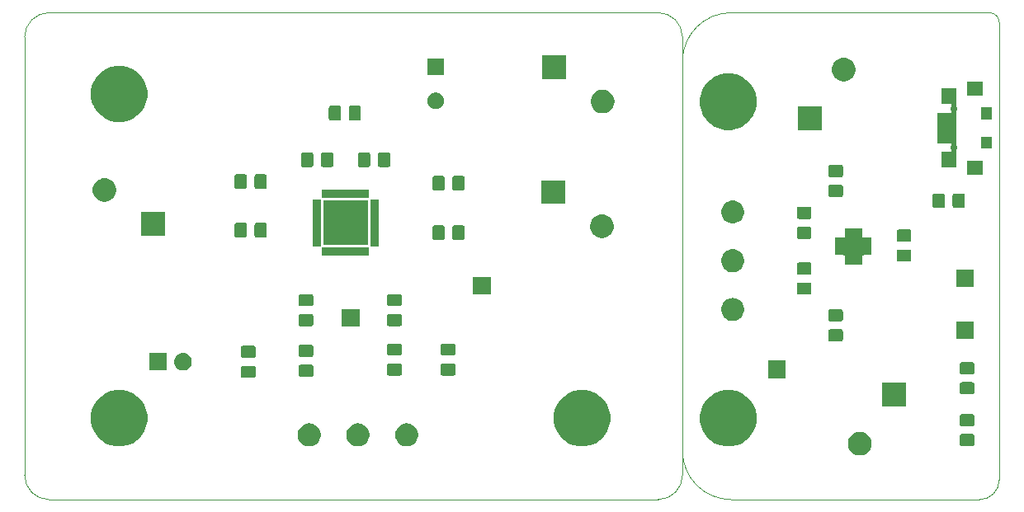
<source format=gts>
G04 #@! TF.GenerationSoftware,KiCad,Pcbnew,(5.1.4)-1*
G04 #@! TF.CreationDate,2020-01-01T20:20:34-05:00*
G04 #@! TF.ProjectId,Board,426f6172-642e-46b6-9963-61645f706362,rev?*
G04 #@! TF.SameCoordinates,Original*
G04 #@! TF.FileFunction,Soldermask,Top*
G04 #@! TF.FilePolarity,Negative*
%FSLAX46Y46*%
G04 Gerber Fmt 4.6, Leading zero omitted, Abs format (unit mm)*
G04 Created by KiCad (PCBNEW (5.1.4)-1) date 2020-01-01 20:20:34*
%MOMM*%
%LPD*%
G04 APERTURE LIST*
%ADD10C,0.050000*%
%ADD11C,0.100000*%
G04 APERTURE END LIST*
D10*
X162800000Y-63360000D02*
X162800000Y-103360000D01*
X194300000Y-58360000D02*
X167800000Y-58360000D01*
X195300000Y-106360000D02*
X195300000Y-59360000D01*
X193300000Y-108360000D02*
X167800000Y-108360000D01*
X97800000Y-58360000D02*
X160300000Y-58360000D01*
X95300000Y-105860000D02*
X95300000Y-60860000D01*
X160300000Y-108360000D02*
X97800000Y-108360000D01*
X162800000Y-105860000D02*
X162800000Y-103360000D01*
X162800000Y-60860000D02*
X162800000Y-63360000D01*
X95300000Y-60860000D02*
G75*
G02X97800000Y-58360000I2500000J0D01*
G01*
X162800000Y-63360000D02*
G75*
G02X167800000Y-58360000I5000000J0D01*
G01*
X167800000Y-108360000D02*
G75*
G02X162800000Y-103360000I0J5000000D01*
G01*
X195300000Y-106360000D02*
G75*
G02X193300000Y-108360000I-2000000J0D01*
G01*
X194300000Y-58360000D02*
G75*
G02X195300000Y-59360000I0J-1000000D01*
G01*
X162800000Y-105860000D02*
G75*
G02X160300000Y-108360000I-2500000J0D01*
G01*
X97800000Y-108360000D02*
G75*
G02X95300000Y-105860000I0J2500000D01*
G01*
X160300000Y-58360000D02*
G75*
G02X162800000Y-60860000I0J-2500000D01*
G01*
D11*
G36*
X181275816Y-101417589D02*
G01*
X181353965Y-101433134D01*
X181574808Y-101524610D01*
X181773561Y-101657413D01*
X181942587Y-101826439D01*
X182075390Y-102025192D01*
X182166866Y-102246035D01*
X182166866Y-102246036D01*
X182213500Y-102480479D01*
X182213500Y-102719521D01*
X182189230Y-102841534D01*
X182166866Y-102953965D01*
X182075390Y-103174808D01*
X181942587Y-103373561D01*
X181773561Y-103542587D01*
X181574808Y-103675390D01*
X181353965Y-103766866D01*
X181275816Y-103782411D01*
X181119521Y-103813500D01*
X180880479Y-103813500D01*
X180724184Y-103782411D01*
X180646035Y-103766866D01*
X180425192Y-103675390D01*
X180226439Y-103542587D01*
X180057413Y-103373561D01*
X179924610Y-103174808D01*
X179833134Y-102953965D01*
X179810770Y-102841534D01*
X179786500Y-102719521D01*
X179786500Y-102480479D01*
X179833134Y-102246036D01*
X179833134Y-102246035D01*
X179924610Y-102025192D01*
X180057413Y-101826439D01*
X180226439Y-101657413D01*
X180425192Y-101524610D01*
X180646035Y-101433134D01*
X180724184Y-101417589D01*
X180880479Y-101386500D01*
X181119521Y-101386500D01*
X181275816Y-101417589D01*
X181275816Y-101417589D01*
G37*
G36*
X153346189Y-97210483D02*
G01*
X153874137Y-97429166D01*
X153874139Y-97429167D01*
X154349280Y-97746646D01*
X154753354Y-98150720D01*
X155070833Y-98625861D01*
X155070834Y-98625863D01*
X155289517Y-99153811D01*
X155401000Y-99714275D01*
X155401000Y-100285725D01*
X155289517Y-100846189D01*
X155070834Y-101374137D01*
X155070833Y-101374139D01*
X154753354Y-101849280D01*
X154349280Y-102253354D01*
X153874139Y-102570833D01*
X153874138Y-102570834D01*
X153874137Y-102570834D01*
X153346189Y-102789517D01*
X152785725Y-102901000D01*
X152214275Y-102901000D01*
X151653811Y-102789517D01*
X151125863Y-102570834D01*
X151125862Y-102570834D01*
X151125861Y-102570833D01*
X150650720Y-102253354D01*
X150246646Y-101849280D01*
X149929167Y-101374139D01*
X149929166Y-101374137D01*
X149710483Y-100846189D01*
X149599000Y-100285725D01*
X149599000Y-99714275D01*
X149710483Y-99153811D01*
X149929166Y-98625863D01*
X149929167Y-98625861D01*
X150246646Y-98150720D01*
X150650720Y-97746646D01*
X151125861Y-97429167D01*
X151125863Y-97429166D01*
X151653811Y-97210483D01*
X152214275Y-97099000D01*
X152785725Y-97099000D01*
X153346189Y-97210483D01*
X153346189Y-97210483D01*
G37*
G36*
X168346189Y-97210483D02*
G01*
X168874137Y-97429166D01*
X168874139Y-97429167D01*
X169349280Y-97746646D01*
X169753354Y-98150720D01*
X170070833Y-98625861D01*
X170070834Y-98625863D01*
X170289517Y-99153811D01*
X170401000Y-99714275D01*
X170401000Y-100285725D01*
X170289517Y-100846189D01*
X170070834Y-101374137D01*
X170070833Y-101374139D01*
X169753354Y-101849280D01*
X169349280Y-102253354D01*
X168874139Y-102570833D01*
X168874138Y-102570834D01*
X168874137Y-102570834D01*
X168346189Y-102789517D01*
X167785725Y-102901000D01*
X167214275Y-102901000D01*
X166653811Y-102789517D01*
X166125863Y-102570834D01*
X166125862Y-102570834D01*
X166125861Y-102570833D01*
X165650720Y-102253354D01*
X165246646Y-101849280D01*
X164929167Y-101374139D01*
X164929166Y-101374137D01*
X164710483Y-100846189D01*
X164599000Y-100285725D01*
X164599000Y-99714275D01*
X164710483Y-99153811D01*
X164929166Y-98625863D01*
X164929167Y-98625861D01*
X165246646Y-98150720D01*
X165650720Y-97746646D01*
X166125861Y-97429167D01*
X166125863Y-97429166D01*
X166653811Y-97210483D01*
X167214275Y-97099000D01*
X167785725Y-97099000D01*
X168346189Y-97210483D01*
X168346189Y-97210483D01*
G37*
G36*
X105846189Y-97210483D02*
G01*
X106374137Y-97429166D01*
X106374139Y-97429167D01*
X106849280Y-97746646D01*
X107253354Y-98150720D01*
X107570833Y-98625861D01*
X107570834Y-98625863D01*
X107789517Y-99153811D01*
X107901000Y-99714275D01*
X107901000Y-100285725D01*
X107789517Y-100846189D01*
X107570834Y-101374137D01*
X107570833Y-101374139D01*
X107253354Y-101849280D01*
X106849280Y-102253354D01*
X106374139Y-102570833D01*
X106374138Y-102570834D01*
X106374137Y-102570834D01*
X105846189Y-102789517D01*
X105285725Y-102901000D01*
X104714275Y-102901000D01*
X104153811Y-102789517D01*
X103625863Y-102570834D01*
X103625862Y-102570834D01*
X103625861Y-102570833D01*
X103150720Y-102253354D01*
X102746646Y-101849280D01*
X102429167Y-101374139D01*
X102429166Y-101374137D01*
X102210483Y-100846189D01*
X102099000Y-100285725D01*
X102099000Y-99714275D01*
X102210483Y-99153811D01*
X102429166Y-98625863D01*
X102429167Y-98625861D01*
X102746646Y-98150720D01*
X103150720Y-97746646D01*
X103625861Y-97429167D01*
X103625863Y-97429166D01*
X104153811Y-97210483D01*
X104714275Y-97099000D01*
X105285725Y-97099000D01*
X105846189Y-97210483D01*
X105846189Y-97210483D01*
G37*
G36*
X124691560Y-100549064D02*
G01*
X124843027Y-100579193D01*
X125057045Y-100667842D01*
X125121249Y-100710742D01*
X125249654Y-100796539D01*
X125413461Y-100960346D01*
X125499258Y-101088751D01*
X125542158Y-101152955D01*
X125630807Y-101366973D01*
X125630807Y-101366975D01*
X125676000Y-101594173D01*
X125676000Y-101825827D01*
X125672569Y-101843075D01*
X125630807Y-102053027D01*
X125542158Y-102267045D01*
X125542157Y-102267046D01*
X125413461Y-102459654D01*
X125249654Y-102623461D01*
X125199571Y-102656925D01*
X125057045Y-102752158D01*
X124843027Y-102840807D01*
X124746029Y-102860101D01*
X124615827Y-102886000D01*
X124384173Y-102886000D01*
X124253971Y-102860101D01*
X124156973Y-102840807D01*
X123942955Y-102752158D01*
X123800429Y-102656925D01*
X123750346Y-102623461D01*
X123586539Y-102459654D01*
X123457843Y-102267046D01*
X123457842Y-102267045D01*
X123369193Y-102053027D01*
X123327431Y-101843075D01*
X123324000Y-101825827D01*
X123324000Y-101594173D01*
X123369193Y-101366975D01*
X123369193Y-101366973D01*
X123457842Y-101152955D01*
X123500742Y-101088751D01*
X123586539Y-100960346D01*
X123750346Y-100796539D01*
X123878751Y-100710742D01*
X123942955Y-100667842D01*
X124156973Y-100579193D01*
X124308440Y-100549064D01*
X124384173Y-100534000D01*
X124615827Y-100534000D01*
X124691560Y-100549064D01*
X124691560Y-100549064D01*
G37*
G36*
X134691560Y-100549064D02*
G01*
X134843027Y-100579193D01*
X135057045Y-100667842D01*
X135121249Y-100710742D01*
X135249654Y-100796539D01*
X135413461Y-100960346D01*
X135499258Y-101088751D01*
X135542158Y-101152955D01*
X135630807Y-101366973D01*
X135630807Y-101366975D01*
X135676000Y-101594173D01*
X135676000Y-101825827D01*
X135672569Y-101843075D01*
X135630807Y-102053027D01*
X135542158Y-102267045D01*
X135542157Y-102267046D01*
X135413461Y-102459654D01*
X135249654Y-102623461D01*
X135199571Y-102656925D01*
X135057045Y-102752158D01*
X134843027Y-102840807D01*
X134746029Y-102860101D01*
X134615827Y-102886000D01*
X134384173Y-102886000D01*
X134253971Y-102860101D01*
X134156973Y-102840807D01*
X133942955Y-102752158D01*
X133800429Y-102656925D01*
X133750346Y-102623461D01*
X133586539Y-102459654D01*
X133457843Y-102267046D01*
X133457842Y-102267045D01*
X133369193Y-102053027D01*
X133327431Y-101843075D01*
X133324000Y-101825827D01*
X133324000Y-101594173D01*
X133369193Y-101366975D01*
X133369193Y-101366973D01*
X133457842Y-101152955D01*
X133500742Y-101088751D01*
X133586539Y-100960346D01*
X133750346Y-100796539D01*
X133878751Y-100710742D01*
X133942955Y-100667842D01*
X134156973Y-100579193D01*
X134308440Y-100549064D01*
X134384173Y-100534000D01*
X134615827Y-100534000D01*
X134691560Y-100549064D01*
X134691560Y-100549064D01*
G37*
G36*
X129691560Y-100549064D02*
G01*
X129843027Y-100579193D01*
X130057045Y-100667842D01*
X130121249Y-100710742D01*
X130249654Y-100796539D01*
X130413461Y-100960346D01*
X130499258Y-101088751D01*
X130542158Y-101152955D01*
X130630807Y-101366973D01*
X130630807Y-101366975D01*
X130676000Y-101594173D01*
X130676000Y-101825827D01*
X130672569Y-101843075D01*
X130630807Y-102053027D01*
X130542158Y-102267045D01*
X130542157Y-102267046D01*
X130413461Y-102459654D01*
X130249654Y-102623461D01*
X130199571Y-102656925D01*
X130057045Y-102752158D01*
X129843027Y-102840807D01*
X129746029Y-102860101D01*
X129615827Y-102886000D01*
X129384173Y-102886000D01*
X129253971Y-102860101D01*
X129156973Y-102840807D01*
X128942955Y-102752158D01*
X128800429Y-102656925D01*
X128750346Y-102623461D01*
X128586539Y-102459654D01*
X128457843Y-102267046D01*
X128457842Y-102267045D01*
X128369193Y-102053027D01*
X128327431Y-101843075D01*
X128324000Y-101825827D01*
X128324000Y-101594173D01*
X128369193Y-101366975D01*
X128369193Y-101366973D01*
X128457842Y-101152955D01*
X128500742Y-101088751D01*
X128586539Y-100960346D01*
X128750346Y-100796539D01*
X128878751Y-100710742D01*
X128942955Y-100667842D01*
X129156973Y-100579193D01*
X129308440Y-100549064D01*
X129384173Y-100534000D01*
X129615827Y-100534000D01*
X129691560Y-100549064D01*
X129691560Y-100549064D01*
G37*
G36*
X192588674Y-101628465D02*
G01*
X192626367Y-101639899D01*
X192661103Y-101658466D01*
X192691548Y-101683452D01*
X192716534Y-101713897D01*
X192735101Y-101748633D01*
X192746535Y-101786326D01*
X192751000Y-101831661D01*
X192751000Y-102668339D01*
X192746535Y-102713674D01*
X192735101Y-102751367D01*
X192716534Y-102786103D01*
X192691548Y-102816548D01*
X192661103Y-102841534D01*
X192626367Y-102860101D01*
X192588674Y-102871535D01*
X192543339Y-102876000D01*
X191456661Y-102876000D01*
X191411326Y-102871535D01*
X191373633Y-102860101D01*
X191338897Y-102841534D01*
X191308452Y-102816548D01*
X191283466Y-102786103D01*
X191264899Y-102751367D01*
X191253465Y-102713674D01*
X191249000Y-102668339D01*
X191249000Y-101831661D01*
X191253465Y-101786326D01*
X191264899Y-101748633D01*
X191283466Y-101713897D01*
X191308452Y-101683452D01*
X191338897Y-101658466D01*
X191373633Y-101639899D01*
X191411326Y-101628465D01*
X191456661Y-101624000D01*
X192543339Y-101624000D01*
X192588674Y-101628465D01*
X192588674Y-101628465D01*
G37*
G36*
X192588674Y-99578465D02*
G01*
X192626367Y-99589899D01*
X192661103Y-99608466D01*
X192691548Y-99633452D01*
X192716534Y-99663897D01*
X192735101Y-99698633D01*
X192746535Y-99736326D01*
X192751000Y-99781661D01*
X192751000Y-100618339D01*
X192746535Y-100663674D01*
X192735101Y-100701367D01*
X192716534Y-100736103D01*
X192691548Y-100766548D01*
X192661103Y-100791534D01*
X192626367Y-100810101D01*
X192588674Y-100821535D01*
X192543339Y-100826000D01*
X191456661Y-100826000D01*
X191411326Y-100821535D01*
X191373633Y-100810101D01*
X191338897Y-100791534D01*
X191308452Y-100766548D01*
X191283466Y-100736103D01*
X191264899Y-100701367D01*
X191253465Y-100663674D01*
X191249000Y-100618339D01*
X191249000Y-99781661D01*
X191253465Y-99736326D01*
X191264899Y-99698633D01*
X191283466Y-99663897D01*
X191308452Y-99633452D01*
X191338897Y-99608466D01*
X191373633Y-99589899D01*
X191411326Y-99578465D01*
X191456661Y-99574000D01*
X192543339Y-99574000D01*
X192588674Y-99578465D01*
X192588674Y-99578465D01*
G37*
G36*
X185713500Y-98813500D02*
G01*
X183286500Y-98813500D01*
X183286500Y-96386500D01*
X185713500Y-96386500D01*
X185713500Y-98813500D01*
X185713500Y-98813500D01*
G37*
G36*
X192588674Y-96303465D02*
G01*
X192626367Y-96314899D01*
X192661103Y-96333466D01*
X192691548Y-96358452D01*
X192716534Y-96388897D01*
X192735101Y-96423633D01*
X192746535Y-96461326D01*
X192751000Y-96506661D01*
X192751000Y-97343339D01*
X192746535Y-97388674D01*
X192735101Y-97426367D01*
X192716534Y-97461103D01*
X192691548Y-97491548D01*
X192661103Y-97516534D01*
X192626367Y-97535101D01*
X192588674Y-97546535D01*
X192543339Y-97551000D01*
X191456661Y-97551000D01*
X191411326Y-97546535D01*
X191373633Y-97535101D01*
X191338897Y-97516534D01*
X191308452Y-97491548D01*
X191283466Y-97461103D01*
X191264899Y-97426367D01*
X191253465Y-97388674D01*
X191249000Y-97343339D01*
X191249000Y-96506661D01*
X191253465Y-96461326D01*
X191264899Y-96423633D01*
X191283466Y-96388897D01*
X191308452Y-96358452D01*
X191338897Y-96333466D01*
X191373633Y-96314899D01*
X191411326Y-96303465D01*
X191456661Y-96299000D01*
X192543339Y-96299000D01*
X192588674Y-96303465D01*
X192588674Y-96303465D01*
G37*
G36*
X173401000Y-95901000D02*
G01*
X171599000Y-95901000D01*
X171599000Y-94099000D01*
X173401000Y-94099000D01*
X173401000Y-95901000D01*
X173401000Y-95901000D01*
G37*
G36*
X118838674Y-94613465D02*
G01*
X118876367Y-94624899D01*
X118911103Y-94643466D01*
X118941548Y-94668452D01*
X118966534Y-94698897D01*
X118985101Y-94733633D01*
X118996535Y-94771326D01*
X119001000Y-94816661D01*
X119001000Y-95653339D01*
X118996535Y-95698674D01*
X118985101Y-95736367D01*
X118966534Y-95771103D01*
X118941548Y-95801548D01*
X118911103Y-95826534D01*
X118876367Y-95845101D01*
X118838674Y-95856535D01*
X118793339Y-95861000D01*
X117706661Y-95861000D01*
X117661326Y-95856535D01*
X117623633Y-95845101D01*
X117588897Y-95826534D01*
X117558452Y-95801548D01*
X117533466Y-95771103D01*
X117514899Y-95736367D01*
X117503465Y-95698674D01*
X117499000Y-95653339D01*
X117499000Y-94816661D01*
X117503465Y-94771326D01*
X117514899Y-94733633D01*
X117533466Y-94698897D01*
X117558452Y-94668452D01*
X117588897Y-94643466D01*
X117623633Y-94624899D01*
X117661326Y-94613465D01*
X117706661Y-94609000D01*
X118793339Y-94609000D01*
X118838674Y-94613465D01*
X118838674Y-94613465D01*
G37*
G36*
X124750674Y-94515465D02*
G01*
X124788367Y-94526899D01*
X124823103Y-94545466D01*
X124853548Y-94570452D01*
X124878534Y-94600897D01*
X124897101Y-94635633D01*
X124908535Y-94673326D01*
X124913000Y-94718661D01*
X124913000Y-95555339D01*
X124908535Y-95600674D01*
X124897101Y-95638367D01*
X124878534Y-95673103D01*
X124853548Y-95703548D01*
X124823103Y-95728534D01*
X124788367Y-95747101D01*
X124750674Y-95758535D01*
X124705339Y-95763000D01*
X123618661Y-95763000D01*
X123573326Y-95758535D01*
X123535633Y-95747101D01*
X123500897Y-95728534D01*
X123470452Y-95703548D01*
X123445466Y-95673103D01*
X123426899Y-95638367D01*
X123415465Y-95600674D01*
X123411000Y-95555339D01*
X123411000Y-94718661D01*
X123415465Y-94673326D01*
X123426899Y-94635633D01*
X123445466Y-94600897D01*
X123470452Y-94570452D01*
X123500897Y-94545466D01*
X123535633Y-94526899D01*
X123573326Y-94515465D01*
X123618661Y-94511000D01*
X124705339Y-94511000D01*
X124750674Y-94515465D01*
X124750674Y-94515465D01*
G37*
G36*
X139338674Y-94388465D02*
G01*
X139376367Y-94399899D01*
X139411103Y-94418466D01*
X139441548Y-94443452D01*
X139466534Y-94473897D01*
X139485101Y-94508633D01*
X139496535Y-94546326D01*
X139501000Y-94591661D01*
X139501000Y-95428339D01*
X139496535Y-95473674D01*
X139485101Y-95511367D01*
X139466534Y-95546103D01*
X139441548Y-95576548D01*
X139411103Y-95601534D01*
X139376367Y-95620101D01*
X139338674Y-95631535D01*
X139293339Y-95636000D01*
X138206661Y-95636000D01*
X138161326Y-95631535D01*
X138123633Y-95620101D01*
X138088897Y-95601534D01*
X138058452Y-95576548D01*
X138033466Y-95546103D01*
X138014899Y-95511367D01*
X138003465Y-95473674D01*
X137999000Y-95428339D01*
X137999000Y-94591661D01*
X138003465Y-94546326D01*
X138014899Y-94508633D01*
X138033466Y-94473897D01*
X138058452Y-94443452D01*
X138088897Y-94418466D01*
X138123633Y-94399899D01*
X138161326Y-94388465D01*
X138206661Y-94384000D01*
X139293339Y-94384000D01*
X139338674Y-94388465D01*
X139338674Y-94388465D01*
G37*
G36*
X133834674Y-94388465D02*
G01*
X133872367Y-94399899D01*
X133907103Y-94418466D01*
X133937548Y-94443452D01*
X133962534Y-94473897D01*
X133981101Y-94508633D01*
X133992535Y-94546326D01*
X133997000Y-94591661D01*
X133997000Y-95428339D01*
X133992535Y-95473674D01*
X133981101Y-95511367D01*
X133962534Y-95546103D01*
X133937548Y-95576548D01*
X133907103Y-95601534D01*
X133872367Y-95620101D01*
X133834674Y-95631535D01*
X133789339Y-95636000D01*
X132702661Y-95636000D01*
X132657326Y-95631535D01*
X132619633Y-95620101D01*
X132584897Y-95601534D01*
X132554452Y-95576548D01*
X132529466Y-95546103D01*
X132510899Y-95511367D01*
X132499465Y-95473674D01*
X132495000Y-95428339D01*
X132495000Y-94591661D01*
X132499465Y-94546326D01*
X132510899Y-94508633D01*
X132529466Y-94473897D01*
X132554452Y-94443452D01*
X132584897Y-94418466D01*
X132619633Y-94399899D01*
X132657326Y-94388465D01*
X132702661Y-94384000D01*
X133789339Y-94384000D01*
X133834674Y-94388465D01*
X133834674Y-94388465D01*
G37*
G36*
X192588674Y-94253465D02*
G01*
X192626367Y-94264899D01*
X192661103Y-94283466D01*
X192691548Y-94308452D01*
X192716534Y-94338897D01*
X192735101Y-94373633D01*
X192746535Y-94411326D01*
X192751000Y-94456661D01*
X192751000Y-95293339D01*
X192746535Y-95338674D01*
X192735101Y-95376367D01*
X192716534Y-95411103D01*
X192691548Y-95441548D01*
X192661103Y-95466534D01*
X192626367Y-95485101D01*
X192588674Y-95496535D01*
X192543339Y-95501000D01*
X191456661Y-95501000D01*
X191411326Y-95496535D01*
X191373633Y-95485101D01*
X191338897Y-95466534D01*
X191308452Y-95441548D01*
X191283466Y-95411103D01*
X191264899Y-95376367D01*
X191253465Y-95338674D01*
X191249000Y-95293339D01*
X191249000Y-94456661D01*
X191253465Y-94411326D01*
X191264899Y-94373633D01*
X191283466Y-94338897D01*
X191308452Y-94308452D01*
X191338897Y-94283466D01*
X191373633Y-94264899D01*
X191411326Y-94253465D01*
X191456661Y-94249000D01*
X192543339Y-94249000D01*
X192588674Y-94253465D01*
X192588674Y-94253465D01*
G37*
G36*
X109901000Y-95101000D02*
G01*
X108099000Y-95101000D01*
X108099000Y-93299000D01*
X109901000Y-93299000D01*
X109901000Y-95101000D01*
X109901000Y-95101000D01*
G37*
G36*
X111650442Y-93305518D02*
G01*
X111716627Y-93312037D01*
X111886466Y-93363557D01*
X112042991Y-93447222D01*
X112078729Y-93476552D01*
X112180186Y-93559814D01*
X112248440Y-93642983D01*
X112292778Y-93697009D01*
X112376443Y-93853534D01*
X112427963Y-94023373D01*
X112445359Y-94200000D01*
X112427963Y-94376627D01*
X112376443Y-94546466D01*
X112292778Y-94702991D01*
X112263448Y-94738729D01*
X112180186Y-94840186D01*
X112078729Y-94923448D01*
X112042991Y-94952778D01*
X111886466Y-95036443D01*
X111716627Y-95087963D01*
X111650442Y-95094482D01*
X111584260Y-95101000D01*
X111495740Y-95101000D01*
X111429557Y-95094481D01*
X111363373Y-95087963D01*
X111193534Y-95036443D01*
X111037009Y-94952778D01*
X111001271Y-94923448D01*
X110899814Y-94840186D01*
X110816552Y-94738729D01*
X110787222Y-94702991D01*
X110703557Y-94546466D01*
X110652037Y-94376627D01*
X110634641Y-94200000D01*
X110652037Y-94023373D01*
X110703557Y-93853534D01*
X110787222Y-93697009D01*
X110831560Y-93642983D01*
X110899814Y-93559814D01*
X111001271Y-93476552D01*
X111037009Y-93447222D01*
X111193534Y-93363557D01*
X111363373Y-93312037D01*
X111429558Y-93305518D01*
X111495740Y-93299000D01*
X111584260Y-93299000D01*
X111650442Y-93305518D01*
X111650442Y-93305518D01*
G37*
G36*
X118838674Y-92563465D02*
G01*
X118876367Y-92574899D01*
X118911103Y-92593466D01*
X118941548Y-92618452D01*
X118966534Y-92648897D01*
X118985101Y-92683633D01*
X118996535Y-92721326D01*
X119001000Y-92766661D01*
X119001000Y-93603339D01*
X118996535Y-93648674D01*
X118985101Y-93686367D01*
X118966534Y-93721103D01*
X118941548Y-93751548D01*
X118911103Y-93776534D01*
X118876367Y-93795101D01*
X118838674Y-93806535D01*
X118793339Y-93811000D01*
X117706661Y-93811000D01*
X117661326Y-93806535D01*
X117623633Y-93795101D01*
X117588897Y-93776534D01*
X117558452Y-93751548D01*
X117533466Y-93721103D01*
X117514899Y-93686367D01*
X117503465Y-93648674D01*
X117499000Y-93603339D01*
X117499000Y-92766661D01*
X117503465Y-92721326D01*
X117514899Y-92683633D01*
X117533466Y-92648897D01*
X117558452Y-92618452D01*
X117588897Y-92593466D01*
X117623633Y-92574899D01*
X117661326Y-92563465D01*
X117706661Y-92559000D01*
X118793339Y-92559000D01*
X118838674Y-92563465D01*
X118838674Y-92563465D01*
G37*
G36*
X124750674Y-92465465D02*
G01*
X124788367Y-92476899D01*
X124823103Y-92495466D01*
X124853548Y-92520452D01*
X124878534Y-92550897D01*
X124897101Y-92585633D01*
X124908535Y-92623326D01*
X124913000Y-92668661D01*
X124913000Y-93505339D01*
X124908535Y-93550674D01*
X124897101Y-93588367D01*
X124878534Y-93623103D01*
X124853548Y-93653548D01*
X124823103Y-93678534D01*
X124788367Y-93697101D01*
X124750674Y-93708535D01*
X124705339Y-93713000D01*
X123618661Y-93713000D01*
X123573326Y-93708535D01*
X123535633Y-93697101D01*
X123500897Y-93678534D01*
X123470452Y-93653548D01*
X123445466Y-93623103D01*
X123426899Y-93588367D01*
X123415465Y-93550674D01*
X123411000Y-93505339D01*
X123411000Y-92668661D01*
X123415465Y-92623326D01*
X123426899Y-92585633D01*
X123445466Y-92550897D01*
X123470452Y-92520452D01*
X123500897Y-92495466D01*
X123535633Y-92476899D01*
X123573326Y-92465465D01*
X123618661Y-92461000D01*
X124705339Y-92461000D01*
X124750674Y-92465465D01*
X124750674Y-92465465D01*
G37*
G36*
X133834674Y-92338465D02*
G01*
X133872367Y-92349899D01*
X133907103Y-92368466D01*
X133937548Y-92393452D01*
X133962534Y-92423897D01*
X133981101Y-92458633D01*
X133992535Y-92496326D01*
X133997000Y-92541661D01*
X133997000Y-93378339D01*
X133992535Y-93423674D01*
X133981101Y-93461367D01*
X133962534Y-93496103D01*
X133937548Y-93526548D01*
X133907103Y-93551534D01*
X133872367Y-93570101D01*
X133834674Y-93581535D01*
X133789339Y-93586000D01*
X132702661Y-93586000D01*
X132657326Y-93581535D01*
X132619633Y-93570101D01*
X132584897Y-93551534D01*
X132554452Y-93526548D01*
X132529466Y-93496103D01*
X132510899Y-93461367D01*
X132499465Y-93423674D01*
X132495000Y-93378339D01*
X132495000Y-92541661D01*
X132499465Y-92496326D01*
X132510899Y-92458633D01*
X132529466Y-92423897D01*
X132554452Y-92393452D01*
X132584897Y-92368466D01*
X132619633Y-92349899D01*
X132657326Y-92338465D01*
X132702661Y-92334000D01*
X133789339Y-92334000D01*
X133834674Y-92338465D01*
X133834674Y-92338465D01*
G37*
G36*
X139338674Y-92338465D02*
G01*
X139376367Y-92349899D01*
X139411103Y-92368466D01*
X139441548Y-92393452D01*
X139466534Y-92423897D01*
X139485101Y-92458633D01*
X139496535Y-92496326D01*
X139501000Y-92541661D01*
X139501000Y-93378339D01*
X139496535Y-93423674D01*
X139485101Y-93461367D01*
X139466534Y-93496103D01*
X139441548Y-93526548D01*
X139411103Y-93551534D01*
X139376367Y-93570101D01*
X139338674Y-93581535D01*
X139293339Y-93586000D01*
X138206661Y-93586000D01*
X138161326Y-93581535D01*
X138123633Y-93570101D01*
X138088897Y-93551534D01*
X138058452Y-93526548D01*
X138033466Y-93496103D01*
X138014899Y-93461367D01*
X138003465Y-93423674D01*
X137999000Y-93378339D01*
X137999000Y-92541661D01*
X138003465Y-92496326D01*
X138014899Y-92458633D01*
X138033466Y-92423897D01*
X138058452Y-92393452D01*
X138088897Y-92368466D01*
X138123633Y-92349899D01*
X138161326Y-92338465D01*
X138206661Y-92334000D01*
X139293339Y-92334000D01*
X139338674Y-92338465D01*
X139338674Y-92338465D01*
G37*
G36*
X179098674Y-90873465D02*
G01*
X179136367Y-90884899D01*
X179171103Y-90903466D01*
X179201548Y-90928452D01*
X179226534Y-90958897D01*
X179245101Y-90993633D01*
X179256535Y-91031326D01*
X179261000Y-91076661D01*
X179261000Y-91913339D01*
X179256535Y-91958674D01*
X179245101Y-91996367D01*
X179226534Y-92031103D01*
X179201548Y-92061548D01*
X179171103Y-92086534D01*
X179136367Y-92105101D01*
X179098674Y-92116535D01*
X179053339Y-92121000D01*
X177966661Y-92121000D01*
X177921326Y-92116535D01*
X177883633Y-92105101D01*
X177848897Y-92086534D01*
X177818452Y-92061548D01*
X177793466Y-92031103D01*
X177774899Y-91996367D01*
X177763465Y-91958674D01*
X177759000Y-91913339D01*
X177759000Y-91076661D01*
X177763465Y-91031326D01*
X177774899Y-90993633D01*
X177793466Y-90958897D01*
X177818452Y-90928452D01*
X177848897Y-90903466D01*
X177883633Y-90884899D01*
X177921326Y-90873465D01*
X177966661Y-90869000D01*
X179053339Y-90869000D01*
X179098674Y-90873465D01*
X179098674Y-90873465D01*
G37*
G36*
X192721000Y-91841000D02*
G01*
X190919000Y-91841000D01*
X190919000Y-90039000D01*
X192721000Y-90039000D01*
X192721000Y-91841000D01*
X192721000Y-91841000D01*
G37*
G36*
X129651000Y-90611000D02*
G01*
X127849000Y-90611000D01*
X127849000Y-88809000D01*
X129651000Y-88809000D01*
X129651000Y-90611000D01*
X129651000Y-90611000D01*
G37*
G36*
X124750674Y-89308465D02*
G01*
X124788367Y-89319899D01*
X124823103Y-89338466D01*
X124853548Y-89363452D01*
X124878534Y-89393897D01*
X124897101Y-89428633D01*
X124908535Y-89466326D01*
X124913000Y-89511661D01*
X124913000Y-90348339D01*
X124908535Y-90393674D01*
X124897101Y-90431367D01*
X124878534Y-90466103D01*
X124853548Y-90496548D01*
X124823103Y-90521534D01*
X124788367Y-90540101D01*
X124750674Y-90551535D01*
X124705339Y-90556000D01*
X123618661Y-90556000D01*
X123573326Y-90551535D01*
X123535633Y-90540101D01*
X123500897Y-90521534D01*
X123470452Y-90496548D01*
X123445466Y-90466103D01*
X123426899Y-90431367D01*
X123415465Y-90393674D01*
X123411000Y-90348339D01*
X123411000Y-89511661D01*
X123415465Y-89466326D01*
X123426899Y-89428633D01*
X123445466Y-89393897D01*
X123470452Y-89363452D01*
X123500897Y-89338466D01*
X123535633Y-89319899D01*
X123573326Y-89308465D01*
X123618661Y-89304000D01*
X124705339Y-89304000D01*
X124750674Y-89308465D01*
X124750674Y-89308465D01*
G37*
G36*
X133834674Y-89308465D02*
G01*
X133872367Y-89319899D01*
X133907103Y-89338466D01*
X133937548Y-89363452D01*
X133962534Y-89393897D01*
X133981101Y-89428633D01*
X133992535Y-89466326D01*
X133997000Y-89511661D01*
X133997000Y-90348339D01*
X133992535Y-90393674D01*
X133981101Y-90431367D01*
X133962534Y-90466103D01*
X133937548Y-90496548D01*
X133907103Y-90521534D01*
X133872367Y-90540101D01*
X133834674Y-90551535D01*
X133789339Y-90556000D01*
X132702661Y-90556000D01*
X132657326Y-90551535D01*
X132619633Y-90540101D01*
X132584897Y-90521534D01*
X132554452Y-90496548D01*
X132529466Y-90466103D01*
X132510899Y-90431367D01*
X132499465Y-90393674D01*
X132495000Y-90348339D01*
X132495000Y-89511661D01*
X132499465Y-89466326D01*
X132510899Y-89428633D01*
X132529466Y-89393897D01*
X132554452Y-89363452D01*
X132584897Y-89338466D01*
X132619633Y-89319899D01*
X132657326Y-89308465D01*
X132702661Y-89304000D01*
X133789339Y-89304000D01*
X133834674Y-89308465D01*
X133834674Y-89308465D01*
G37*
G36*
X179098674Y-88823465D02*
G01*
X179136367Y-88834899D01*
X179171103Y-88853466D01*
X179201548Y-88878452D01*
X179226534Y-88908897D01*
X179245101Y-88943633D01*
X179256535Y-88981326D01*
X179261000Y-89026661D01*
X179261000Y-89863339D01*
X179256535Y-89908674D01*
X179245101Y-89946367D01*
X179226534Y-89981103D01*
X179201548Y-90011548D01*
X179171103Y-90036534D01*
X179136367Y-90055101D01*
X179098674Y-90066535D01*
X179053339Y-90071000D01*
X177966661Y-90071000D01*
X177921326Y-90066535D01*
X177883633Y-90055101D01*
X177848897Y-90036534D01*
X177818452Y-90011548D01*
X177793466Y-89981103D01*
X177774899Y-89946367D01*
X177763465Y-89908674D01*
X177759000Y-89863339D01*
X177759000Y-89026661D01*
X177763465Y-88981326D01*
X177774899Y-88943633D01*
X177793466Y-88908897D01*
X177818452Y-88878452D01*
X177848897Y-88853466D01*
X177883633Y-88834899D01*
X177921326Y-88823465D01*
X177966661Y-88819000D01*
X179053339Y-88819000D01*
X179098674Y-88823465D01*
X179098674Y-88823465D01*
G37*
G36*
X168141560Y-87669064D02*
G01*
X168293027Y-87699193D01*
X168507045Y-87787842D01*
X168507046Y-87787843D01*
X168699654Y-87916539D01*
X168863461Y-88080346D01*
X168949258Y-88208751D01*
X168992158Y-88272955D01*
X169080807Y-88486973D01*
X169126000Y-88714174D01*
X169126000Y-88945826D01*
X169080807Y-89173027D01*
X168992158Y-89387045D01*
X168964370Y-89428633D01*
X168863461Y-89579654D01*
X168699654Y-89743461D01*
X168571249Y-89829258D01*
X168507045Y-89872158D01*
X168293027Y-89960807D01*
X168141560Y-89990936D01*
X168065827Y-90006000D01*
X167834173Y-90006000D01*
X167758440Y-89990936D01*
X167606973Y-89960807D01*
X167392955Y-89872158D01*
X167328751Y-89829258D01*
X167200346Y-89743461D01*
X167036539Y-89579654D01*
X166935630Y-89428633D01*
X166907842Y-89387045D01*
X166819193Y-89173027D01*
X166774000Y-88945826D01*
X166774000Y-88714174D01*
X166819193Y-88486973D01*
X166907842Y-88272955D01*
X166950742Y-88208751D01*
X167036539Y-88080346D01*
X167200346Y-87916539D01*
X167392954Y-87787843D01*
X167392955Y-87787842D01*
X167606973Y-87699193D01*
X167758440Y-87669064D01*
X167834173Y-87654000D01*
X168065827Y-87654000D01*
X168141560Y-87669064D01*
X168141560Y-87669064D01*
G37*
G36*
X133834674Y-87258465D02*
G01*
X133872367Y-87269899D01*
X133907103Y-87288466D01*
X133937548Y-87313452D01*
X133962534Y-87343897D01*
X133981101Y-87378633D01*
X133992535Y-87416326D01*
X133997000Y-87461661D01*
X133997000Y-88298339D01*
X133992535Y-88343674D01*
X133981101Y-88381367D01*
X133962534Y-88416103D01*
X133937548Y-88446548D01*
X133907103Y-88471534D01*
X133872367Y-88490101D01*
X133834674Y-88501535D01*
X133789339Y-88506000D01*
X132702661Y-88506000D01*
X132657326Y-88501535D01*
X132619633Y-88490101D01*
X132584897Y-88471534D01*
X132554452Y-88446548D01*
X132529466Y-88416103D01*
X132510899Y-88381367D01*
X132499465Y-88343674D01*
X132495000Y-88298339D01*
X132495000Y-87461661D01*
X132499465Y-87416326D01*
X132510899Y-87378633D01*
X132529466Y-87343897D01*
X132554452Y-87313452D01*
X132584897Y-87288466D01*
X132619633Y-87269899D01*
X132657326Y-87258465D01*
X132702661Y-87254000D01*
X133789339Y-87254000D01*
X133834674Y-87258465D01*
X133834674Y-87258465D01*
G37*
G36*
X124750674Y-87258465D02*
G01*
X124788367Y-87269899D01*
X124823103Y-87288466D01*
X124853548Y-87313452D01*
X124878534Y-87343897D01*
X124897101Y-87378633D01*
X124908535Y-87416326D01*
X124913000Y-87461661D01*
X124913000Y-88298339D01*
X124908535Y-88343674D01*
X124897101Y-88381367D01*
X124878534Y-88416103D01*
X124853548Y-88446548D01*
X124823103Y-88471534D01*
X124788367Y-88490101D01*
X124750674Y-88501535D01*
X124705339Y-88506000D01*
X123618661Y-88506000D01*
X123573326Y-88501535D01*
X123535633Y-88490101D01*
X123500897Y-88471534D01*
X123470452Y-88446548D01*
X123445466Y-88416103D01*
X123426899Y-88381367D01*
X123415465Y-88343674D01*
X123411000Y-88298339D01*
X123411000Y-87461661D01*
X123415465Y-87416326D01*
X123426899Y-87378633D01*
X123445466Y-87343897D01*
X123470452Y-87313452D01*
X123500897Y-87288466D01*
X123535633Y-87269899D01*
X123573326Y-87258465D01*
X123618661Y-87254000D01*
X124705339Y-87254000D01*
X124750674Y-87258465D01*
X124750674Y-87258465D01*
G37*
G36*
X175878674Y-86073465D02*
G01*
X175916367Y-86084899D01*
X175951103Y-86103466D01*
X175981548Y-86128452D01*
X176006534Y-86158897D01*
X176025101Y-86193633D01*
X176036535Y-86231326D01*
X176041000Y-86276661D01*
X176041000Y-87113339D01*
X176036535Y-87158674D01*
X176025101Y-87196367D01*
X176006534Y-87231103D01*
X175981548Y-87261548D01*
X175951103Y-87286534D01*
X175916367Y-87305101D01*
X175878674Y-87316535D01*
X175833339Y-87321000D01*
X174746661Y-87321000D01*
X174701326Y-87316535D01*
X174663633Y-87305101D01*
X174628897Y-87286534D01*
X174598452Y-87261548D01*
X174573466Y-87231103D01*
X174554899Y-87196367D01*
X174543465Y-87158674D01*
X174539000Y-87113339D01*
X174539000Y-86276661D01*
X174543465Y-86231326D01*
X174554899Y-86193633D01*
X174573466Y-86158897D01*
X174598452Y-86128452D01*
X174628897Y-86103466D01*
X174663633Y-86084899D01*
X174701326Y-86073465D01*
X174746661Y-86069000D01*
X175833339Y-86069000D01*
X175878674Y-86073465D01*
X175878674Y-86073465D01*
G37*
G36*
X143124000Y-87292000D02*
G01*
X141322000Y-87292000D01*
X141322000Y-85490000D01*
X143124000Y-85490000D01*
X143124000Y-87292000D01*
X143124000Y-87292000D01*
G37*
G36*
X192701000Y-86561000D02*
G01*
X190899000Y-86561000D01*
X190899000Y-84759000D01*
X192701000Y-84759000D01*
X192701000Y-86561000D01*
X192701000Y-86561000D01*
G37*
G36*
X175878674Y-84023465D02*
G01*
X175916367Y-84034899D01*
X175951103Y-84053466D01*
X175981548Y-84078452D01*
X176006534Y-84108897D01*
X176025101Y-84143633D01*
X176036535Y-84181326D01*
X176041000Y-84226661D01*
X176041000Y-85063339D01*
X176036535Y-85108674D01*
X176025101Y-85146367D01*
X176006534Y-85181103D01*
X175981548Y-85211548D01*
X175951103Y-85236534D01*
X175916367Y-85255101D01*
X175878674Y-85266535D01*
X175833339Y-85271000D01*
X174746661Y-85271000D01*
X174701326Y-85266535D01*
X174663633Y-85255101D01*
X174628897Y-85236534D01*
X174598452Y-85211548D01*
X174573466Y-85181103D01*
X174554899Y-85146367D01*
X174543465Y-85108674D01*
X174539000Y-85063339D01*
X174539000Y-84226661D01*
X174543465Y-84181326D01*
X174554899Y-84143633D01*
X174573466Y-84108897D01*
X174598452Y-84078452D01*
X174628897Y-84053466D01*
X174663633Y-84034899D01*
X174701326Y-84023465D01*
X174746661Y-84019000D01*
X175833339Y-84019000D01*
X175878674Y-84023465D01*
X175878674Y-84023465D01*
G37*
G36*
X168141560Y-82669064D02*
G01*
X168293027Y-82699193D01*
X168507045Y-82787842D01*
X168507046Y-82787843D01*
X168699654Y-82916539D01*
X168863461Y-83080346D01*
X168949258Y-83208751D01*
X168992158Y-83272955D01*
X169080807Y-83486973D01*
X169126000Y-83714174D01*
X169126000Y-83945826D01*
X169080807Y-84173027D01*
X168992158Y-84387045D01*
X168992157Y-84387046D01*
X168863461Y-84579654D01*
X168699654Y-84743461D01*
X168571249Y-84829258D01*
X168507045Y-84872158D01*
X168293027Y-84960807D01*
X168141560Y-84990936D01*
X168065827Y-85006000D01*
X167834173Y-85006000D01*
X167758440Y-84990936D01*
X167606973Y-84960807D01*
X167392955Y-84872158D01*
X167328751Y-84829258D01*
X167200346Y-84743461D01*
X167036539Y-84579654D01*
X166907843Y-84387046D01*
X166907842Y-84387045D01*
X166819193Y-84173027D01*
X166774000Y-83945826D01*
X166774000Y-83714174D01*
X166819193Y-83486973D01*
X166907842Y-83272955D01*
X166950742Y-83208751D01*
X167036539Y-83080346D01*
X167200346Y-82916539D01*
X167392954Y-82787843D01*
X167392955Y-82787842D01*
X167606973Y-82699193D01*
X167758440Y-82669064D01*
X167834173Y-82654000D01*
X168065827Y-82654000D01*
X168141560Y-82669064D01*
X168141560Y-82669064D01*
G37*
G36*
X181252601Y-81332400D02*
G01*
X181255003Y-81356786D01*
X181262116Y-81380235D01*
X181273667Y-81401846D01*
X181289212Y-81420788D01*
X181308154Y-81436333D01*
X181329765Y-81447884D01*
X181353214Y-81454997D01*
X181377600Y-81457399D01*
X182204400Y-81457399D01*
X182204400Y-83262601D01*
X181377600Y-83262601D01*
X181353214Y-83265003D01*
X181329765Y-83272116D01*
X181308154Y-83283667D01*
X181289212Y-83299212D01*
X181273667Y-83318154D01*
X181262116Y-83339765D01*
X181255003Y-83363214D01*
X181252601Y-83387600D01*
X181252601Y-84214400D01*
X179447399Y-84214400D01*
X179447399Y-83387600D01*
X179444997Y-83363214D01*
X179437884Y-83339765D01*
X179426333Y-83318154D01*
X179410788Y-83299212D01*
X179391846Y-83283667D01*
X179370235Y-83272116D01*
X179346786Y-83265003D01*
X179322400Y-83262601D01*
X178495600Y-83262601D01*
X178495600Y-81457399D01*
X179322400Y-81457399D01*
X179346786Y-81454997D01*
X179370235Y-81447884D01*
X179391846Y-81436333D01*
X179410788Y-81420788D01*
X179426333Y-81401846D01*
X179437884Y-81380235D01*
X179444997Y-81356786D01*
X179447399Y-81332400D01*
X179447399Y-80505600D01*
X181252601Y-80505600D01*
X181252601Y-81332400D01*
X181252601Y-81332400D01*
G37*
G36*
X186118674Y-82688465D02*
G01*
X186156367Y-82699899D01*
X186191103Y-82718466D01*
X186221548Y-82743452D01*
X186246534Y-82773897D01*
X186265101Y-82808633D01*
X186276535Y-82846326D01*
X186281000Y-82891661D01*
X186281000Y-83728339D01*
X186276535Y-83773674D01*
X186265101Y-83811367D01*
X186246534Y-83846103D01*
X186221548Y-83876548D01*
X186191103Y-83901534D01*
X186156367Y-83920101D01*
X186118674Y-83931535D01*
X186073339Y-83936000D01*
X184986661Y-83936000D01*
X184941326Y-83931535D01*
X184903633Y-83920101D01*
X184868897Y-83901534D01*
X184838452Y-83876548D01*
X184813466Y-83846103D01*
X184794899Y-83811367D01*
X184783465Y-83773674D01*
X184779000Y-83728339D01*
X184779000Y-82891661D01*
X184783465Y-82846326D01*
X184794899Y-82808633D01*
X184813466Y-82773897D01*
X184838452Y-82743452D01*
X184868897Y-82718466D01*
X184903633Y-82699899D01*
X184941326Y-82688465D01*
X184986661Y-82684000D01*
X186073339Y-82684000D01*
X186118674Y-82688465D01*
X186118674Y-82688465D01*
G37*
G36*
X130660601Y-82489600D02*
G01*
X130660601Y-83344801D01*
X125809399Y-83344801D01*
X125809399Y-82489600D01*
X125809224Y-82487826D01*
X125810998Y-82488001D01*
X130659002Y-82488001D01*
X130660776Y-82487826D01*
X130660601Y-82489600D01*
X130660601Y-82489600D01*
G37*
G36*
X125685999Y-77514998D02*
G01*
X125685999Y-82363002D01*
X125686174Y-82364776D01*
X125684400Y-82364601D01*
X124829199Y-82364601D01*
X124829199Y-77513399D01*
X125684400Y-77513399D01*
X125686174Y-77513224D01*
X125685999Y-77514998D01*
X125685999Y-77514998D01*
G37*
G36*
X130785600Y-77513399D02*
G01*
X131640801Y-77513399D01*
X131640801Y-82364601D01*
X130785600Y-82364601D01*
X130783826Y-82364776D01*
X130784001Y-82363002D01*
X130784001Y-77514998D01*
X130783826Y-77513224D01*
X130785600Y-77513399D01*
X130785600Y-77513399D01*
G37*
G36*
X130511000Y-82215000D02*
G01*
X125959000Y-82215000D01*
X125959000Y-77663000D01*
X130511000Y-77663000D01*
X130511000Y-82215000D01*
X130511000Y-82215000D01*
G37*
G36*
X186118674Y-80638465D02*
G01*
X186156367Y-80649899D01*
X186191103Y-80668466D01*
X186221548Y-80693452D01*
X186246534Y-80723897D01*
X186265101Y-80758633D01*
X186276535Y-80796326D01*
X186281000Y-80841661D01*
X186281000Y-81678339D01*
X186276535Y-81723674D01*
X186265101Y-81761367D01*
X186246534Y-81796103D01*
X186221548Y-81826548D01*
X186191103Y-81851534D01*
X186156367Y-81870101D01*
X186118674Y-81881535D01*
X186073339Y-81886000D01*
X184986661Y-81886000D01*
X184941326Y-81881535D01*
X184903633Y-81870101D01*
X184868897Y-81851534D01*
X184838452Y-81826548D01*
X184813466Y-81796103D01*
X184794899Y-81761367D01*
X184783465Y-81723674D01*
X184779000Y-81678339D01*
X184779000Y-80841661D01*
X184783465Y-80796326D01*
X184794899Y-80758633D01*
X184813466Y-80723897D01*
X184838452Y-80693452D01*
X184868897Y-80668466D01*
X184903633Y-80649899D01*
X184941326Y-80638465D01*
X184986661Y-80634000D01*
X186073339Y-80634000D01*
X186118674Y-80638465D01*
X186118674Y-80638465D01*
G37*
G36*
X138236674Y-80213465D02*
G01*
X138274367Y-80224899D01*
X138309103Y-80243466D01*
X138339548Y-80268452D01*
X138364534Y-80298897D01*
X138383101Y-80333633D01*
X138394535Y-80371326D01*
X138399000Y-80416661D01*
X138399000Y-81503339D01*
X138394535Y-81548674D01*
X138383101Y-81586367D01*
X138364534Y-81621103D01*
X138339548Y-81651548D01*
X138309103Y-81676534D01*
X138274367Y-81695101D01*
X138236674Y-81706535D01*
X138191339Y-81711000D01*
X137354661Y-81711000D01*
X137309326Y-81706535D01*
X137271633Y-81695101D01*
X137236897Y-81676534D01*
X137206452Y-81651548D01*
X137181466Y-81621103D01*
X137162899Y-81586367D01*
X137151465Y-81548674D01*
X137147000Y-81503339D01*
X137147000Y-80416661D01*
X137151465Y-80371326D01*
X137162899Y-80333633D01*
X137181466Y-80298897D01*
X137206452Y-80268452D01*
X137236897Y-80243466D01*
X137271633Y-80224899D01*
X137309326Y-80213465D01*
X137354661Y-80209000D01*
X138191339Y-80209000D01*
X138236674Y-80213465D01*
X138236674Y-80213465D01*
G37*
G36*
X140286674Y-80213465D02*
G01*
X140324367Y-80224899D01*
X140359103Y-80243466D01*
X140389548Y-80268452D01*
X140414534Y-80298897D01*
X140433101Y-80333633D01*
X140444535Y-80371326D01*
X140449000Y-80416661D01*
X140449000Y-81503339D01*
X140444535Y-81548674D01*
X140433101Y-81586367D01*
X140414534Y-81621103D01*
X140389548Y-81651548D01*
X140359103Y-81676534D01*
X140324367Y-81695101D01*
X140286674Y-81706535D01*
X140241339Y-81711000D01*
X139404661Y-81711000D01*
X139359326Y-81706535D01*
X139321633Y-81695101D01*
X139286897Y-81676534D01*
X139256452Y-81651548D01*
X139231466Y-81621103D01*
X139212899Y-81586367D01*
X139201465Y-81548674D01*
X139197000Y-81503339D01*
X139197000Y-80416661D01*
X139201465Y-80371326D01*
X139212899Y-80333633D01*
X139231466Y-80298897D01*
X139256452Y-80268452D01*
X139286897Y-80243466D01*
X139321633Y-80224899D01*
X139359326Y-80213465D01*
X139404661Y-80209000D01*
X140241339Y-80209000D01*
X140286674Y-80213465D01*
X140286674Y-80213465D01*
G37*
G36*
X175878674Y-80343465D02*
G01*
X175916367Y-80354899D01*
X175951103Y-80373466D01*
X175981548Y-80398452D01*
X176006534Y-80428897D01*
X176025101Y-80463633D01*
X176036535Y-80501326D01*
X176041000Y-80546661D01*
X176041000Y-81383339D01*
X176036535Y-81428674D01*
X176025101Y-81466367D01*
X176006534Y-81501103D01*
X175981548Y-81531548D01*
X175951103Y-81556534D01*
X175916367Y-81575101D01*
X175878674Y-81586535D01*
X175833339Y-81591000D01*
X174746661Y-81591000D01*
X174701326Y-81586535D01*
X174663633Y-81575101D01*
X174628897Y-81556534D01*
X174598452Y-81531548D01*
X174573466Y-81501103D01*
X174554899Y-81466367D01*
X174543465Y-81428674D01*
X174539000Y-81383339D01*
X174539000Y-80546661D01*
X174543465Y-80501326D01*
X174554899Y-80463633D01*
X174573466Y-80428897D01*
X174598452Y-80398452D01*
X174628897Y-80373466D01*
X174663633Y-80354899D01*
X174701326Y-80343465D01*
X174746661Y-80339000D01*
X175833339Y-80339000D01*
X175878674Y-80343465D01*
X175878674Y-80343465D01*
G37*
G36*
X154815816Y-79105590D02*
G01*
X154893965Y-79121135D01*
X155114808Y-79212611D01*
X155313561Y-79345414D01*
X155482587Y-79514440D01*
X155615390Y-79713193D01*
X155706866Y-79934036D01*
X155721180Y-80006000D01*
X155753500Y-80168480D01*
X155753500Y-80407522D01*
X155738850Y-80481173D01*
X155706866Y-80641966D01*
X155615390Y-80862809D01*
X155482587Y-81061562D01*
X155313561Y-81230588D01*
X155114808Y-81363391D01*
X154893965Y-81454867D01*
X154836150Y-81466367D01*
X154659521Y-81501501D01*
X154420479Y-81501501D01*
X154243850Y-81466367D01*
X154186035Y-81454867D01*
X153965192Y-81363391D01*
X153766439Y-81230588D01*
X153597413Y-81061562D01*
X153464610Y-80862809D01*
X153373134Y-80641966D01*
X153341150Y-80481173D01*
X153326500Y-80407522D01*
X153326500Y-80168480D01*
X153358820Y-80006000D01*
X153373134Y-79934036D01*
X153464610Y-79713193D01*
X153597413Y-79514440D01*
X153766439Y-79345414D01*
X153965192Y-79212611D01*
X154186035Y-79121135D01*
X154264184Y-79105590D01*
X154420479Y-79074501D01*
X154659521Y-79074501D01*
X154815816Y-79105590D01*
X154815816Y-79105590D01*
G37*
G36*
X117928675Y-79938465D02*
G01*
X117966368Y-79949899D01*
X118001104Y-79968466D01*
X118031549Y-79993452D01*
X118056535Y-80023897D01*
X118075102Y-80058633D01*
X118086536Y-80096326D01*
X118091001Y-80141661D01*
X118091001Y-81228339D01*
X118086536Y-81273674D01*
X118075102Y-81311367D01*
X118056535Y-81346103D01*
X118031549Y-81376548D01*
X118001104Y-81401534D01*
X117966368Y-81420101D01*
X117928675Y-81431535D01*
X117883340Y-81436000D01*
X117046662Y-81436000D01*
X117001327Y-81431535D01*
X116963634Y-81420101D01*
X116928898Y-81401534D01*
X116898453Y-81376548D01*
X116873467Y-81346103D01*
X116854900Y-81311367D01*
X116843466Y-81273674D01*
X116839001Y-81228339D01*
X116839001Y-80141661D01*
X116843466Y-80096326D01*
X116854900Y-80058633D01*
X116873467Y-80023897D01*
X116898453Y-79993452D01*
X116928898Y-79968466D01*
X116963634Y-79949899D01*
X117001327Y-79938465D01*
X117046662Y-79934000D01*
X117883340Y-79934000D01*
X117928675Y-79938465D01*
X117928675Y-79938465D01*
G37*
G36*
X119978675Y-79938465D02*
G01*
X120016368Y-79949899D01*
X120051104Y-79968466D01*
X120081549Y-79993452D01*
X120106535Y-80023897D01*
X120125102Y-80058633D01*
X120136536Y-80096326D01*
X120141001Y-80141661D01*
X120141001Y-81228339D01*
X120136536Y-81273674D01*
X120125102Y-81311367D01*
X120106535Y-81346103D01*
X120081549Y-81376548D01*
X120051104Y-81401534D01*
X120016368Y-81420101D01*
X119978675Y-81431535D01*
X119933340Y-81436000D01*
X119096662Y-81436000D01*
X119051327Y-81431535D01*
X119013634Y-81420101D01*
X118978898Y-81401534D01*
X118948453Y-81376548D01*
X118923467Y-81346103D01*
X118904900Y-81311367D01*
X118893466Y-81273674D01*
X118889001Y-81228339D01*
X118889001Y-80141661D01*
X118893466Y-80096326D01*
X118904900Y-80058633D01*
X118923467Y-80023897D01*
X118948453Y-79993452D01*
X118978898Y-79968466D01*
X119013634Y-79949899D01*
X119051327Y-79938465D01*
X119096662Y-79934000D01*
X119933340Y-79934000D01*
X119978675Y-79938465D01*
X119978675Y-79938465D01*
G37*
G36*
X109713500Y-81273500D02*
G01*
X107286500Y-81273500D01*
X107286500Y-78846500D01*
X109713500Y-78846500D01*
X109713500Y-81273500D01*
X109713500Y-81273500D01*
G37*
G36*
X168141560Y-77669064D02*
G01*
X168293027Y-77699193D01*
X168507045Y-77787842D01*
X168507046Y-77787843D01*
X168699654Y-77916539D01*
X168863461Y-78080346D01*
X168909218Y-78148827D01*
X168992158Y-78272955D01*
X169080807Y-78486973D01*
X169126000Y-78714174D01*
X169126000Y-78945826D01*
X169080807Y-79173027D01*
X168992158Y-79387045D01*
X168970113Y-79420038D01*
X168863461Y-79579654D01*
X168699654Y-79743461D01*
X168571249Y-79829258D01*
X168507045Y-79872158D01*
X168293027Y-79960807D01*
X168141560Y-79990936D01*
X168065827Y-80006000D01*
X167834173Y-80006000D01*
X167758440Y-79990936D01*
X167606973Y-79960807D01*
X167392955Y-79872158D01*
X167328751Y-79829258D01*
X167200346Y-79743461D01*
X167036539Y-79579654D01*
X166929887Y-79420038D01*
X166907842Y-79387045D01*
X166819193Y-79173027D01*
X166774000Y-78945826D01*
X166774000Y-78714174D01*
X166819193Y-78486973D01*
X166907842Y-78272955D01*
X166990782Y-78148827D01*
X167036539Y-78080346D01*
X167200346Y-77916539D01*
X167392954Y-77787843D01*
X167392955Y-77787842D01*
X167606973Y-77699193D01*
X167758440Y-77669064D01*
X167834173Y-77654000D01*
X168065827Y-77654000D01*
X168141560Y-77669064D01*
X168141560Y-77669064D01*
G37*
G36*
X175878674Y-78293465D02*
G01*
X175916367Y-78304899D01*
X175951103Y-78323466D01*
X175981548Y-78348452D01*
X176006534Y-78378897D01*
X176025101Y-78413633D01*
X176036535Y-78451326D01*
X176041000Y-78496661D01*
X176041000Y-79333339D01*
X176036535Y-79378674D01*
X176025101Y-79416367D01*
X176006534Y-79451103D01*
X175981548Y-79481548D01*
X175951103Y-79506534D01*
X175916367Y-79525101D01*
X175878674Y-79536535D01*
X175833339Y-79541000D01*
X174746661Y-79541000D01*
X174701326Y-79536535D01*
X174663633Y-79525101D01*
X174628897Y-79506534D01*
X174598452Y-79481548D01*
X174573466Y-79451103D01*
X174554899Y-79416367D01*
X174543465Y-79378674D01*
X174539000Y-79333339D01*
X174539000Y-78496661D01*
X174543465Y-78451326D01*
X174554899Y-78413633D01*
X174573466Y-78378897D01*
X174598452Y-78348452D01*
X174628897Y-78323466D01*
X174663633Y-78304899D01*
X174701326Y-78293465D01*
X174746661Y-78289000D01*
X175833339Y-78289000D01*
X175878674Y-78293465D01*
X175878674Y-78293465D01*
G37*
G36*
X191608674Y-76923465D02*
G01*
X191646367Y-76934899D01*
X191681103Y-76953466D01*
X191711548Y-76978452D01*
X191736534Y-77008897D01*
X191755101Y-77043633D01*
X191766535Y-77081326D01*
X191771000Y-77126661D01*
X191771000Y-78213339D01*
X191766535Y-78258674D01*
X191755101Y-78296367D01*
X191736534Y-78331103D01*
X191711548Y-78361548D01*
X191681103Y-78386534D01*
X191646367Y-78405101D01*
X191608674Y-78416535D01*
X191563339Y-78421000D01*
X190726661Y-78421000D01*
X190681326Y-78416535D01*
X190643633Y-78405101D01*
X190608897Y-78386534D01*
X190578452Y-78361548D01*
X190553466Y-78331103D01*
X190534899Y-78296367D01*
X190523465Y-78258674D01*
X190519000Y-78213339D01*
X190519000Y-77126661D01*
X190523465Y-77081326D01*
X190534899Y-77043633D01*
X190553466Y-77008897D01*
X190578452Y-76978452D01*
X190608897Y-76953466D01*
X190643633Y-76934899D01*
X190681326Y-76923465D01*
X190726661Y-76919000D01*
X191563339Y-76919000D01*
X191608674Y-76923465D01*
X191608674Y-76923465D01*
G37*
G36*
X189558674Y-76923465D02*
G01*
X189596367Y-76934899D01*
X189631103Y-76953466D01*
X189661548Y-76978452D01*
X189686534Y-77008897D01*
X189705101Y-77043633D01*
X189716535Y-77081326D01*
X189721000Y-77126661D01*
X189721000Y-78213339D01*
X189716535Y-78258674D01*
X189705101Y-78296367D01*
X189686534Y-78331103D01*
X189661548Y-78361548D01*
X189631103Y-78386534D01*
X189596367Y-78405101D01*
X189558674Y-78416535D01*
X189513339Y-78421000D01*
X188676661Y-78421000D01*
X188631326Y-78416535D01*
X188593633Y-78405101D01*
X188558897Y-78386534D01*
X188528452Y-78361548D01*
X188503466Y-78331103D01*
X188484899Y-78296367D01*
X188473465Y-78258674D01*
X188469000Y-78213339D01*
X188469000Y-77126661D01*
X188473465Y-77081326D01*
X188484899Y-77043633D01*
X188503466Y-77008897D01*
X188528452Y-76978452D01*
X188558897Y-76953466D01*
X188593633Y-76934899D01*
X188631326Y-76923465D01*
X188676661Y-76919000D01*
X189513339Y-76919000D01*
X189558674Y-76923465D01*
X189558674Y-76923465D01*
G37*
G36*
X150753500Y-78001501D02*
G01*
X148326500Y-78001501D01*
X148326500Y-75574501D01*
X150753500Y-75574501D01*
X150753500Y-78001501D01*
X150753500Y-78001501D01*
G37*
G36*
X103775816Y-75377589D02*
G01*
X103853965Y-75393134D01*
X104074808Y-75484610D01*
X104273561Y-75617413D01*
X104442587Y-75786439D01*
X104575390Y-75985192D01*
X104659738Y-76188827D01*
X104666866Y-76206036D01*
X104713461Y-76440282D01*
X104713500Y-76440481D01*
X104713500Y-76679519D01*
X104666866Y-76913965D01*
X104575390Y-77134808D01*
X104442587Y-77333561D01*
X104273561Y-77502587D01*
X104074808Y-77635390D01*
X103853965Y-77726866D01*
X103775816Y-77742411D01*
X103619521Y-77773500D01*
X103380479Y-77773500D01*
X103224184Y-77742411D01*
X103146035Y-77726866D01*
X102925192Y-77635390D01*
X102726439Y-77502587D01*
X102557413Y-77333561D01*
X102424610Y-77134808D01*
X102333134Y-76913965D01*
X102286500Y-76679519D01*
X102286500Y-76440481D01*
X102286540Y-76440282D01*
X102333134Y-76206036D01*
X102340262Y-76188827D01*
X102424610Y-75985192D01*
X102557413Y-75786439D01*
X102726439Y-75617413D01*
X102925192Y-75484610D01*
X103146035Y-75393134D01*
X103224184Y-75377589D01*
X103380479Y-75346500D01*
X103619521Y-75346500D01*
X103775816Y-75377589D01*
X103775816Y-75377589D01*
G37*
G36*
X130660601Y-77388400D02*
G01*
X130660776Y-77390174D01*
X130659002Y-77389999D01*
X125810998Y-77389999D01*
X125809224Y-77390174D01*
X125809399Y-77388400D01*
X125809399Y-76533199D01*
X130660601Y-76533199D01*
X130660601Y-77388400D01*
X130660601Y-77388400D01*
G37*
G36*
X179108674Y-76043465D02*
G01*
X179146367Y-76054899D01*
X179181103Y-76073466D01*
X179211548Y-76098452D01*
X179236534Y-76128897D01*
X179255101Y-76163633D01*
X179266535Y-76201326D01*
X179271000Y-76246661D01*
X179271000Y-77083339D01*
X179266535Y-77128674D01*
X179255101Y-77166367D01*
X179236534Y-77201103D01*
X179211548Y-77231548D01*
X179181103Y-77256534D01*
X179146367Y-77275101D01*
X179108674Y-77286535D01*
X179063339Y-77291000D01*
X177976661Y-77291000D01*
X177931326Y-77286535D01*
X177893633Y-77275101D01*
X177858897Y-77256534D01*
X177828452Y-77231548D01*
X177803466Y-77201103D01*
X177784899Y-77166367D01*
X177773465Y-77128674D01*
X177769000Y-77083339D01*
X177769000Y-76246661D01*
X177773465Y-76201326D01*
X177784899Y-76163633D01*
X177803466Y-76128897D01*
X177828452Y-76098452D01*
X177858897Y-76073466D01*
X177893633Y-76054899D01*
X177931326Y-76043465D01*
X177976661Y-76039000D01*
X179063339Y-76039000D01*
X179108674Y-76043465D01*
X179108674Y-76043465D01*
G37*
G36*
X140286674Y-75133465D02*
G01*
X140324367Y-75144899D01*
X140359103Y-75163466D01*
X140389548Y-75188452D01*
X140414534Y-75218897D01*
X140433101Y-75253633D01*
X140444535Y-75291326D01*
X140449000Y-75336661D01*
X140449000Y-76423339D01*
X140444535Y-76468674D01*
X140433101Y-76506367D01*
X140414534Y-76541103D01*
X140389548Y-76571548D01*
X140359103Y-76596534D01*
X140324367Y-76615101D01*
X140286674Y-76626535D01*
X140241339Y-76631000D01*
X139404661Y-76631000D01*
X139359326Y-76626535D01*
X139321633Y-76615101D01*
X139286897Y-76596534D01*
X139256452Y-76571548D01*
X139231466Y-76541103D01*
X139212899Y-76506367D01*
X139201465Y-76468674D01*
X139197000Y-76423339D01*
X139197000Y-75336661D01*
X139201465Y-75291326D01*
X139212899Y-75253633D01*
X139231466Y-75218897D01*
X139256452Y-75188452D01*
X139286897Y-75163466D01*
X139321633Y-75144899D01*
X139359326Y-75133465D01*
X139404661Y-75129000D01*
X140241339Y-75129000D01*
X140286674Y-75133465D01*
X140286674Y-75133465D01*
G37*
G36*
X138236674Y-75133465D02*
G01*
X138274367Y-75144899D01*
X138309103Y-75163466D01*
X138339548Y-75188452D01*
X138364534Y-75218897D01*
X138383101Y-75253633D01*
X138394535Y-75291326D01*
X138399000Y-75336661D01*
X138399000Y-76423339D01*
X138394535Y-76468674D01*
X138383101Y-76506367D01*
X138364534Y-76541103D01*
X138339548Y-76571548D01*
X138309103Y-76596534D01*
X138274367Y-76615101D01*
X138236674Y-76626535D01*
X138191339Y-76631000D01*
X137354661Y-76631000D01*
X137309326Y-76626535D01*
X137271633Y-76615101D01*
X137236897Y-76596534D01*
X137206452Y-76571548D01*
X137181466Y-76541103D01*
X137162899Y-76506367D01*
X137151465Y-76468674D01*
X137147000Y-76423339D01*
X137147000Y-75336661D01*
X137151465Y-75291326D01*
X137162899Y-75253633D01*
X137181466Y-75218897D01*
X137206452Y-75188452D01*
X137236897Y-75163466D01*
X137271633Y-75144899D01*
X137309326Y-75133465D01*
X137354661Y-75129000D01*
X138191339Y-75129000D01*
X138236674Y-75133465D01*
X138236674Y-75133465D01*
G37*
G36*
X117928675Y-74963465D02*
G01*
X117966368Y-74974899D01*
X118001104Y-74993466D01*
X118031549Y-75018452D01*
X118056535Y-75048897D01*
X118075102Y-75083633D01*
X118086536Y-75121326D01*
X118091001Y-75166661D01*
X118091001Y-76253339D01*
X118086536Y-76298674D01*
X118075102Y-76336367D01*
X118056535Y-76371103D01*
X118031549Y-76401548D01*
X118001104Y-76426534D01*
X117966368Y-76445101D01*
X117928675Y-76456535D01*
X117883340Y-76461000D01*
X117046662Y-76461000D01*
X117001327Y-76456535D01*
X116963634Y-76445101D01*
X116928898Y-76426534D01*
X116898453Y-76401548D01*
X116873467Y-76371103D01*
X116854900Y-76336367D01*
X116843466Y-76298674D01*
X116839001Y-76253339D01*
X116839001Y-75166661D01*
X116843466Y-75121326D01*
X116854900Y-75083633D01*
X116873467Y-75048897D01*
X116898453Y-75018452D01*
X116928898Y-74993466D01*
X116963634Y-74974899D01*
X117001327Y-74963465D01*
X117046662Y-74959000D01*
X117883340Y-74959000D01*
X117928675Y-74963465D01*
X117928675Y-74963465D01*
G37*
G36*
X119978675Y-74963465D02*
G01*
X120016368Y-74974899D01*
X120051104Y-74993466D01*
X120081549Y-75018452D01*
X120106535Y-75048897D01*
X120125102Y-75083633D01*
X120136536Y-75121326D01*
X120141001Y-75166661D01*
X120141001Y-76253339D01*
X120136536Y-76298674D01*
X120125102Y-76336367D01*
X120106535Y-76371103D01*
X120081549Y-76401548D01*
X120051104Y-76426534D01*
X120016368Y-76445101D01*
X119978675Y-76456535D01*
X119933340Y-76461000D01*
X119096662Y-76461000D01*
X119051327Y-76456535D01*
X119013634Y-76445101D01*
X118978898Y-76426534D01*
X118948453Y-76401548D01*
X118923467Y-76371103D01*
X118904900Y-76336367D01*
X118893466Y-76298674D01*
X118889001Y-76253339D01*
X118889001Y-75166661D01*
X118893466Y-75121326D01*
X118904900Y-75083633D01*
X118923467Y-75048897D01*
X118948453Y-75018452D01*
X118978898Y-74993466D01*
X119013634Y-74974899D01*
X119051327Y-74963465D01*
X119096662Y-74959000D01*
X119933340Y-74959000D01*
X119978675Y-74963465D01*
X119978675Y-74963465D01*
G37*
G36*
X179108674Y-73993465D02*
G01*
X179146367Y-74004899D01*
X179181103Y-74023466D01*
X179211548Y-74048452D01*
X179236534Y-74078897D01*
X179255101Y-74113633D01*
X179266535Y-74151326D01*
X179271000Y-74196661D01*
X179271000Y-75033339D01*
X179266535Y-75078674D01*
X179255101Y-75116367D01*
X179236534Y-75151103D01*
X179211548Y-75181548D01*
X179181103Y-75206534D01*
X179146367Y-75225101D01*
X179108674Y-75236535D01*
X179063339Y-75241000D01*
X177976661Y-75241000D01*
X177931326Y-75236535D01*
X177893633Y-75225101D01*
X177858897Y-75206534D01*
X177828452Y-75181548D01*
X177803466Y-75151103D01*
X177784899Y-75116367D01*
X177773465Y-75078674D01*
X177769000Y-75033339D01*
X177769000Y-74196661D01*
X177773465Y-74151326D01*
X177784899Y-74113633D01*
X177803466Y-74078897D01*
X177828452Y-74048452D01*
X177858897Y-74023466D01*
X177893633Y-74004899D01*
X177931326Y-73993465D01*
X177976661Y-73989000D01*
X179063339Y-73989000D01*
X179108674Y-73993465D01*
X179108674Y-73993465D01*
G37*
G36*
X193611000Y-75001000D02*
G01*
X192009000Y-75001000D01*
X192009000Y-73549000D01*
X193611000Y-73549000D01*
X193611000Y-75001000D01*
X193611000Y-75001000D01*
G37*
G36*
X190861000Y-67852835D02*
G01*
X190863402Y-67877221D01*
X190870515Y-67900670D01*
X190882066Y-67922281D01*
X190897611Y-67941223D01*
X190932640Y-67976252D01*
X190971054Y-68033742D01*
X190987785Y-68074137D01*
X190997511Y-68097617D01*
X191011000Y-68165430D01*
X191011000Y-68234570D01*
X190997511Y-68302383D01*
X190997510Y-68302385D01*
X190971054Y-68366258D01*
X190932640Y-68423748D01*
X190920775Y-68435613D01*
X190905230Y-68454555D01*
X190893679Y-68476166D01*
X190886566Y-68499615D01*
X190884164Y-68524001D01*
X190886566Y-68548387D01*
X190891000Y-68563004D01*
X190891000Y-71836996D01*
X190886566Y-71851613D01*
X190884164Y-71875999D01*
X190886566Y-71900385D01*
X190893679Y-71923834D01*
X190905230Y-71945445D01*
X190920775Y-71964387D01*
X190932640Y-71976252D01*
X190971054Y-72033742D01*
X190992624Y-72085818D01*
X190997511Y-72097617D01*
X191011000Y-72165430D01*
X191011000Y-72234570D01*
X190997511Y-72302383D01*
X190997510Y-72302385D01*
X190971054Y-72366258D01*
X190932640Y-72423748D01*
X190897611Y-72458777D01*
X190882066Y-72477719D01*
X190870515Y-72499330D01*
X190863402Y-72522779D01*
X190861000Y-72547165D01*
X190861000Y-74251000D01*
X189359000Y-74251000D01*
X189359000Y-72649000D01*
X190310837Y-72649000D01*
X190335223Y-72646598D01*
X190358672Y-72639485D01*
X190380283Y-72627934D01*
X190399225Y-72612389D01*
X190414770Y-72593447D01*
X190426321Y-72571836D01*
X190433434Y-72548387D01*
X190435836Y-72524001D01*
X190433434Y-72499615D01*
X190426321Y-72476166D01*
X190414770Y-72454555D01*
X190399225Y-72435613D01*
X190387360Y-72423748D01*
X190348946Y-72366258D01*
X190322490Y-72302385D01*
X190322489Y-72302383D01*
X190309000Y-72234570D01*
X190309000Y-72165430D01*
X190322489Y-72097617D01*
X190327376Y-72085818D01*
X190348946Y-72033742D01*
X190387360Y-71976252D01*
X190399225Y-71964387D01*
X190414770Y-71945445D01*
X190426321Y-71923834D01*
X190433434Y-71900385D01*
X190435836Y-71875999D01*
X190433434Y-71851613D01*
X190426321Y-71828164D01*
X190414770Y-71806553D01*
X190399225Y-71787611D01*
X190380283Y-71772066D01*
X190358672Y-71760515D01*
X190335223Y-71753402D01*
X190310837Y-71751000D01*
X188989000Y-71751000D01*
X188989000Y-68649000D01*
X190310837Y-68649000D01*
X190335223Y-68646598D01*
X190358672Y-68639485D01*
X190380283Y-68627934D01*
X190399225Y-68612389D01*
X190414770Y-68593447D01*
X190426321Y-68571836D01*
X190433434Y-68548387D01*
X190435836Y-68524001D01*
X190433434Y-68499615D01*
X190426321Y-68476166D01*
X190414770Y-68454555D01*
X190399225Y-68435613D01*
X190387360Y-68423748D01*
X190348946Y-68366258D01*
X190322490Y-68302385D01*
X190322489Y-68302383D01*
X190309000Y-68234570D01*
X190309000Y-68165430D01*
X190322489Y-68097617D01*
X190332215Y-68074137D01*
X190348946Y-68033742D01*
X190387360Y-67976252D01*
X190399225Y-67964387D01*
X190414770Y-67945445D01*
X190426321Y-67923834D01*
X190433434Y-67900385D01*
X190435836Y-67875999D01*
X190433434Y-67851613D01*
X190426321Y-67828164D01*
X190414770Y-67806553D01*
X190399225Y-67787611D01*
X190380283Y-67772066D01*
X190358672Y-67760515D01*
X190335223Y-67753402D01*
X190310837Y-67751000D01*
X189359000Y-67751000D01*
X189359000Y-66149000D01*
X190861000Y-66149000D01*
X190861000Y-67852835D01*
X190861000Y-67852835D01*
G37*
G36*
X132644674Y-72715465D02*
G01*
X132682367Y-72726899D01*
X132717103Y-72745466D01*
X132747548Y-72770452D01*
X132772534Y-72800897D01*
X132791101Y-72835633D01*
X132802535Y-72873326D01*
X132807000Y-72918661D01*
X132807000Y-74005339D01*
X132802535Y-74050674D01*
X132791101Y-74088367D01*
X132772534Y-74123103D01*
X132747548Y-74153548D01*
X132717103Y-74178534D01*
X132682367Y-74197101D01*
X132644674Y-74208535D01*
X132599339Y-74213000D01*
X131762661Y-74213000D01*
X131717326Y-74208535D01*
X131679633Y-74197101D01*
X131644897Y-74178534D01*
X131614452Y-74153548D01*
X131589466Y-74123103D01*
X131570899Y-74088367D01*
X131559465Y-74050674D01*
X131555000Y-74005339D01*
X131555000Y-72918661D01*
X131559465Y-72873326D01*
X131570899Y-72835633D01*
X131589466Y-72800897D01*
X131614452Y-72770452D01*
X131644897Y-72745466D01*
X131679633Y-72726899D01*
X131717326Y-72715465D01*
X131762661Y-72711000D01*
X132599339Y-72711000D01*
X132644674Y-72715465D01*
X132644674Y-72715465D01*
G37*
G36*
X126802674Y-72715465D02*
G01*
X126840367Y-72726899D01*
X126875103Y-72745466D01*
X126905548Y-72770452D01*
X126930534Y-72800897D01*
X126949101Y-72835633D01*
X126960535Y-72873326D01*
X126965000Y-72918661D01*
X126965000Y-74005339D01*
X126960535Y-74050674D01*
X126949101Y-74088367D01*
X126930534Y-74123103D01*
X126905548Y-74153548D01*
X126875103Y-74178534D01*
X126840367Y-74197101D01*
X126802674Y-74208535D01*
X126757339Y-74213000D01*
X125920661Y-74213000D01*
X125875326Y-74208535D01*
X125837633Y-74197101D01*
X125802897Y-74178534D01*
X125772452Y-74153548D01*
X125747466Y-74123103D01*
X125728899Y-74088367D01*
X125717465Y-74050674D01*
X125713000Y-74005339D01*
X125713000Y-72918661D01*
X125717465Y-72873326D01*
X125728899Y-72835633D01*
X125747466Y-72800897D01*
X125772452Y-72770452D01*
X125802897Y-72745466D01*
X125837633Y-72726899D01*
X125875326Y-72715465D01*
X125920661Y-72711000D01*
X126757339Y-72711000D01*
X126802674Y-72715465D01*
X126802674Y-72715465D01*
G37*
G36*
X124752674Y-72715465D02*
G01*
X124790367Y-72726899D01*
X124825103Y-72745466D01*
X124855548Y-72770452D01*
X124880534Y-72800897D01*
X124899101Y-72835633D01*
X124910535Y-72873326D01*
X124915000Y-72918661D01*
X124915000Y-74005339D01*
X124910535Y-74050674D01*
X124899101Y-74088367D01*
X124880534Y-74123103D01*
X124855548Y-74153548D01*
X124825103Y-74178534D01*
X124790367Y-74197101D01*
X124752674Y-74208535D01*
X124707339Y-74213000D01*
X123870661Y-74213000D01*
X123825326Y-74208535D01*
X123787633Y-74197101D01*
X123752897Y-74178534D01*
X123722452Y-74153548D01*
X123697466Y-74123103D01*
X123678899Y-74088367D01*
X123667465Y-74050674D01*
X123663000Y-74005339D01*
X123663000Y-72918661D01*
X123667465Y-72873326D01*
X123678899Y-72835633D01*
X123697466Y-72800897D01*
X123722452Y-72770452D01*
X123752897Y-72745466D01*
X123787633Y-72726899D01*
X123825326Y-72715465D01*
X123870661Y-72711000D01*
X124707339Y-72711000D01*
X124752674Y-72715465D01*
X124752674Y-72715465D01*
G37*
G36*
X130594674Y-72715465D02*
G01*
X130632367Y-72726899D01*
X130667103Y-72745466D01*
X130697548Y-72770452D01*
X130722534Y-72800897D01*
X130741101Y-72835633D01*
X130752535Y-72873326D01*
X130757000Y-72918661D01*
X130757000Y-74005339D01*
X130752535Y-74050674D01*
X130741101Y-74088367D01*
X130722534Y-74123103D01*
X130697548Y-74153548D01*
X130667103Y-74178534D01*
X130632367Y-74197101D01*
X130594674Y-74208535D01*
X130549339Y-74213000D01*
X129712661Y-74213000D01*
X129667326Y-74208535D01*
X129629633Y-74197101D01*
X129594897Y-74178534D01*
X129564452Y-74153548D01*
X129539466Y-74123103D01*
X129520899Y-74088367D01*
X129509465Y-74050674D01*
X129505000Y-74005339D01*
X129505000Y-72918661D01*
X129509465Y-72873326D01*
X129520899Y-72835633D01*
X129539466Y-72800897D01*
X129564452Y-72770452D01*
X129594897Y-72745466D01*
X129629633Y-72726899D01*
X129667326Y-72715465D01*
X129712661Y-72711000D01*
X130549339Y-72711000D01*
X130594674Y-72715465D01*
X130594674Y-72715465D01*
G37*
G36*
X194511000Y-72301000D02*
G01*
X193409000Y-72301000D01*
X193409000Y-71099000D01*
X194511000Y-71099000D01*
X194511000Y-72301000D01*
X194511000Y-72301000D01*
G37*
G36*
X177063500Y-70413500D02*
G01*
X174636500Y-70413500D01*
X174636500Y-67986500D01*
X177063500Y-67986500D01*
X177063500Y-70413500D01*
X177063500Y-70413500D01*
G37*
G36*
X168346189Y-64710483D02*
G01*
X168874137Y-64929166D01*
X168874139Y-64929167D01*
X169349280Y-65246646D01*
X169753354Y-65650720D01*
X169889055Y-65853811D01*
X170070834Y-66125863D01*
X170289517Y-66653811D01*
X170401000Y-67214275D01*
X170401000Y-67785725D01*
X170289517Y-68346189D01*
X170164089Y-68649000D01*
X170070833Y-68874139D01*
X169753354Y-69349280D01*
X169349280Y-69753354D01*
X168874139Y-70070833D01*
X168874138Y-70070834D01*
X168874137Y-70070834D01*
X168346189Y-70289517D01*
X167785725Y-70401000D01*
X167214275Y-70401000D01*
X166653811Y-70289517D01*
X166125863Y-70070834D01*
X166125862Y-70070834D01*
X166125861Y-70070833D01*
X165650720Y-69753354D01*
X165246646Y-69349280D01*
X164929167Y-68874139D01*
X164835911Y-68649000D01*
X164710483Y-68346189D01*
X164599000Y-67785725D01*
X164599000Y-67214275D01*
X164710483Y-66653811D01*
X164929166Y-66125863D01*
X165110945Y-65853811D01*
X165246646Y-65650720D01*
X165650720Y-65246646D01*
X166125861Y-64929167D01*
X166125863Y-64929166D01*
X166653811Y-64710483D01*
X167214275Y-64599000D01*
X167785725Y-64599000D01*
X168346189Y-64710483D01*
X168346189Y-64710483D01*
G37*
G36*
X105846189Y-63910483D02*
G01*
X106374137Y-64129166D01*
X106374139Y-64129167D01*
X106849280Y-64446646D01*
X107253354Y-64850720D01*
X107517903Y-65246646D01*
X107570834Y-65325863D01*
X107789517Y-65853811D01*
X107901000Y-66414275D01*
X107901000Y-66985725D01*
X107789517Y-67546189D01*
X107597857Y-68008897D01*
X107570833Y-68074139D01*
X107253354Y-68549280D01*
X106849280Y-68953354D01*
X106374139Y-69270833D01*
X106374138Y-69270834D01*
X106374137Y-69270834D01*
X105846189Y-69489517D01*
X105285725Y-69601000D01*
X104714275Y-69601000D01*
X104153811Y-69489517D01*
X103625863Y-69270834D01*
X103625862Y-69270834D01*
X103625861Y-69270833D01*
X103150720Y-68953354D01*
X102746646Y-68549280D01*
X102429167Y-68074139D01*
X102402143Y-68008897D01*
X102210483Y-67546189D01*
X102099000Y-66985725D01*
X102099000Y-66414275D01*
X102210483Y-65853811D01*
X102429166Y-65325863D01*
X102482097Y-65246646D01*
X102746646Y-64850720D01*
X103150720Y-64446646D01*
X103625861Y-64129167D01*
X103625863Y-64129166D01*
X104153811Y-63910483D01*
X104714275Y-63799000D01*
X105285725Y-63799000D01*
X105846189Y-63910483D01*
X105846189Y-63910483D01*
G37*
G36*
X129648674Y-67923465D02*
G01*
X129686367Y-67934899D01*
X129721103Y-67953466D01*
X129751548Y-67978452D01*
X129776534Y-68008897D01*
X129795101Y-68043633D01*
X129806535Y-68081326D01*
X129811000Y-68126661D01*
X129811000Y-69213339D01*
X129806535Y-69258674D01*
X129795101Y-69296367D01*
X129776534Y-69331103D01*
X129751548Y-69361548D01*
X129721103Y-69386534D01*
X129686367Y-69405101D01*
X129648674Y-69416535D01*
X129603339Y-69421000D01*
X128766661Y-69421000D01*
X128721326Y-69416535D01*
X128683633Y-69405101D01*
X128648897Y-69386534D01*
X128618452Y-69361548D01*
X128593466Y-69331103D01*
X128574899Y-69296367D01*
X128563465Y-69258674D01*
X128559000Y-69213339D01*
X128559000Y-68126661D01*
X128563465Y-68081326D01*
X128574899Y-68043633D01*
X128593466Y-68008897D01*
X128618452Y-67978452D01*
X128648897Y-67953466D01*
X128683633Y-67934899D01*
X128721326Y-67923465D01*
X128766661Y-67919000D01*
X129603339Y-67919000D01*
X129648674Y-67923465D01*
X129648674Y-67923465D01*
G37*
G36*
X127598674Y-67923465D02*
G01*
X127636367Y-67934899D01*
X127671103Y-67953466D01*
X127701548Y-67978452D01*
X127726534Y-68008897D01*
X127745101Y-68043633D01*
X127756535Y-68081326D01*
X127761000Y-68126661D01*
X127761000Y-69213339D01*
X127756535Y-69258674D01*
X127745101Y-69296367D01*
X127726534Y-69331103D01*
X127701548Y-69361548D01*
X127671103Y-69386534D01*
X127636367Y-69405101D01*
X127598674Y-69416535D01*
X127553339Y-69421000D01*
X126716661Y-69421000D01*
X126671326Y-69416535D01*
X126633633Y-69405101D01*
X126598897Y-69386534D01*
X126568452Y-69361548D01*
X126543466Y-69331103D01*
X126524899Y-69296367D01*
X126513465Y-69258674D01*
X126509000Y-69213339D01*
X126509000Y-68126661D01*
X126513465Y-68081326D01*
X126524899Y-68043633D01*
X126543466Y-68008897D01*
X126568452Y-67978452D01*
X126598897Y-67953466D01*
X126633633Y-67934899D01*
X126671326Y-67923465D01*
X126716661Y-67919000D01*
X127553339Y-67919000D01*
X127598674Y-67923465D01*
X127598674Y-67923465D01*
G37*
G36*
X194511000Y-69301000D02*
G01*
X193409000Y-69301000D01*
X193409000Y-68099000D01*
X194511000Y-68099000D01*
X194511000Y-69301000D01*
X194511000Y-69301000D01*
G37*
G36*
X154879816Y-66293589D02*
G01*
X154957965Y-66309134D01*
X155178808Y-66400610D01*
X155377561Y-66533413D01*
X155546587Y-66702439D01*
X155679390Y-66901192D01*
X155770866Y-67122035D01*
X155817500Y-67356481D01*
X155817500Y-67595519D01*
X155770866Y-67829965D01*
X155679390Y-68050808D01*
X155546587Y-68249561D01*
X155377561Y-68418587D01*
X155178808Y-68551390D01*
X154957965Y-68642866D01*
X154927127Y-68649000D01*
X154723521Y-68689500D01*
X154484479Y-68689500D01*
X154280873Y-68649000D01*
X154250035Y-68642866D01*
X154029192Y-68551390D01*
X153830439Y-68418587D01*
X153661413Y-68249561D01*
X153528610Y-68050808D01*
X153437134Y-67829965D01*
X153390500Y-67595519D01*
X153390500Y-67356481D01*
X153437134Y-67122035D01*
X153528610Y-66901192D01*
X153661413Y-66702439D01*
X153830439Y-66533413D01*
X154029192Y-66400610D01*
X154250035Y-66309134D01*
X154328184Y-66293589D01*
X154484479Y-66262500D01*
X154723521Y-66262500D01*
X154879816Y-66293589D01*
X154879816Y-66293589D01*
G37*
G36*
X137718228Y-66599703D02*
G01*
X137873100Y-66663853D01*
X138012481Y-66756985D01*
X138131015Y-66875519D01*
X138224147Y-67014900D01*
X138288297Y-67169772D01*
X138321000Y-67334184D01*
X138321000Y-67501816D01*
X138288297Y-67666228D01*
X138224147Y-67821100D01*
X138131015Y-67960481D01*
X138012481Y-68079015D01*
X137873100Y-68172147D01*
X137718228Y-68236297D01*
X137553816Y-68269000D01*
X137386184Y-68269000D01*
X137221772Y-68236297D01*
X137066900Y-68172147D01*
X136927519Y-68079015D01*
X136808985Y-67960481D01*
X136715853Y-67821100D01*
X136651703Y-67666228D01*
X136619000Y-67501816D01*
X136619000Y-67334184D01*
X136651703Y-67169772D01*
X136715853Y-67014900D01*
X136808985Y-66875519D01*
X136927519Y-66756985D01*
X137066900Y-66663853D01*
X137221772Y-66599703D01*
X137386184Y-66567000D01*
X137553816Y-66567000D01*
X137718228Y-66599703D01*
X137718228Y-66599703D01*
G37*
G36*
X193611000Y-66851000D02*
G01*
X192009000Y-66851000D01*
X192009000Y-65399000D01*
X193611000Y-65399000D01*
X193611000Y-66851000D01*
X193611000Y-66851000D01*
G37*
G36*
X179625816Y-63017589D02*
G01*
X179703965Y-63033134D01*
X179924808Y-63124610D01*
X180123561Y-63257413D01*
X180292587Y-63426439D01*
X180425390Y-63625192D01*
X180516866Y-63846035D01*
X180563500Y-64080481D01*
X180563500Y-64319519D01*
X180516866Y-64553965D01*
X180425390Y-64774808D01*
X180292587Y-64973561D01*
X180123561Y-65142587D01*
X179924808Y-65275390D01*
X179703965Y-65366866D01*
X179625816Y-65382411D01*
X179469521Y-65413500D01*
X179230479Y-65413500D01*
X179074184Y-65382411D01*
X178996035Y-65366866D01*
X178775192Y-65275390D01*
X178576439Y-65142587D01*
X178407413Y-64973561D01*
X178274610Y-64774808D01*
X178183134Y-64553965D01*
X178136500Y-64319519D01*
X178136500Y-64080481D01*
X178183134Y-63846035D01*
X178274610Y-63625192D01*
X178407413Y-63426439D01*
X178576439Y-63257413D01*
X178775192Y-63124610D01*
X178996035Y-63033134D01*
X179074184Y-63017589D01*
X179230479Y-62986500D01*
X179469521Y-62986500D01*
X179625816Y-63017589D01*
X179625816Y-63017589D01*
G37*
G36*
X150817500Y-65189500D02*
G01*
X148390500Y-65189500D01*
X148390500Y-62762500D01*
X150817500Y-62762500D01*
X150817500Y-65189500D01*
X150817500Y-65189500D01*
G37*
G36*
X138321000Y-64769000D02*
G01*
X136619000Y-64769000D01*
X136619000Y-63067000D01*
X138321000Y-63067000D01*
X138321000Y-64769000D01*
X138321000Y-64769000D01*
G37*
M02*

</source>
